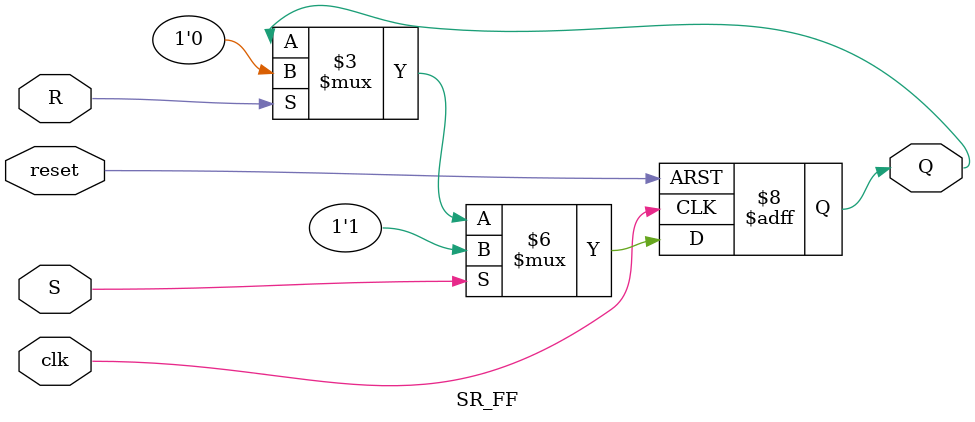
<source format=v>
`timescale 1ns / 1ps

module SR_FF(
    input clk,      // 100MHz clock
    input reset,    // Asynchronous reset with synchronous de-assertion    
    input S,        // SET input for the SR flop
    input R,        // RESET input for the SR flop
    output reg Q    // Output for SR flip flop
    );
    
    // Sequential logic
    always@(posedge clk, posedge reset)
        if (reset)      // If reset
            Q <= 1'b0;  // Q <= 0
        else if (S)     // else if S
            Q <= 1'b1;  // Q <= 1
        else if (R)     // else if R
            Q <= 1'b0;  // R <= 0
        else            // else
            Q <= Q;     // Q <= Q
    
endmodule

</source>
